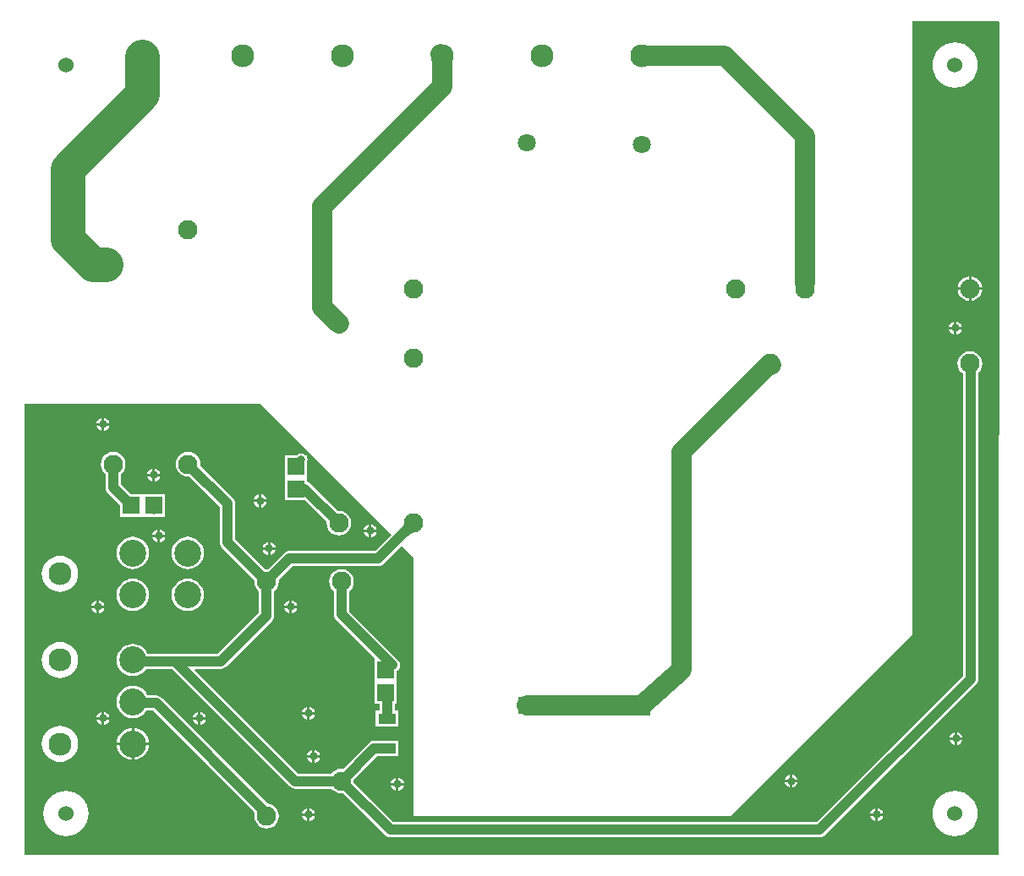
<source format=gtl>
G04*
G04 #@! TF.GenerationSoftware,Altium Limited,Altium Designer,19.0.10 (269)*
G04*
G04 Layer_Physical_Order=1*
G04 Layer_Color=255*
%FSLAX25Y25*%
%MOIN*%
G70*
G01*
G75*
%ADD16R,0.07087X0.04134*%
%ADD17R,0.06890X0.06693*%
%ADD18R,0.06693X0.06890*%
%ADD26R,0.07087X0.07087*%
%ADD27C,0.07087*%
%ADD29C,0.07874*%
%ADD30C,0.13780*%
%ADD31C,0.03937*%
%ADD32R,0.09055X0.09055*%
%ADD33C,0.09055*%
%ADD34C,0.07677*%
%ADD35C,0.10630*%
%ADD36C,0.06000*%
%ADD37C,0.03150*%
G36*
X172462Y146201D02*
X172255Y146188D01*
X172039Y146144D01*
X171811Y146069D01*
X171574Y145964D01*
X171326Y145828D01*
X171069Y145661D01*
X170800Y145464D01*
X170232Y144978D01*
X169933Y144689D01*
X167149Y147473D01*
X167438Y147772D01*
X167925Y148339D01*
X168122Y148608D01*
X168289Y148866D01*
X168424Y149114D01*
X168530Y149351D01*
X168604Y149578D01*
X168648Y149795D01*
X168662Y150001D01*
X172462Y146201D01*
D02*
G37*
G36*
X403505Y347777D02*
X403000Y19000D01*
X19000D01*
X19000Y197000D01*
X112000Y197000D01*
X163613Y145387D01*
X157276Y139049D01*
X123528D01*
X122753Y138947D01*
X122330Y138772D01*
X122030Y138648D01*
X121410Y138172D01*
X115043Y131805D01*
X114472Y131880D01*
X113902Y131805D01*
X101994Y143713D01*
Y157787D01*
X101892Y158562D01*
X101593Y159284D01*
X101117Y159905D01*
X88333Y172689D01*
X88408Y173260D01*
X88242Y174523D01*
X87754Y175700D01*
X86979Y176711D01*
X85968Y177486D01*
X84791Y177974D01*
X83528Y178140D01*
X82265Y177974D01*
X81087Y177486D01*
X80077Y176711D01*
X79301Y175700D01*
X78813Y174523D01*
X78647Y173260D01*
X78813Y171997D01*
X79301Y170820D01*
X80077Y169809D01*
X81087Y169033D01*
X82265Y168546D01*
X83528Y168379D01*
X84098Y168455D01*
X96006Y156547D01*
Y142472D01*
X96108Y141698D01*
X96407Y140975D01*
X96883Y140355D01*
X109667Y127571D01*
X109592Y127000D01*
X109758Y125737D01*
X110246Y124560D01*
X111021Y123549D01*
X111478Y123199D01*
Y114713D01*
X95295Y98529D01*
X67549D01*
X67016Y99525D01*
X66227Y100487D01*
X65266Y101276D01*
X64169Y101863D01*
X62978Y102224D01*
X61740Y102346D01*
X60502Y102224D01*
X59312Y101863D01*
X58215Y101276D01*
X57253Y100487D01*
X56464Y99525D01*
X55878Y98428D01*
X55517Y97238D01*
X55395Y96000D01*
X55517Y94762D01*
X55878Y93572D01*
X56464Y92475D01*
X57253Y91513D01*
X58215Y90724D01*
X59312Y90137D01*
X60502Y89776D01*
X61740Y89654D01*
X62978Y89776D01*
X64169Y90137D01*
X65266Y90724D01*
X66227Y91513D01*
X67016Y92475D01*
X67052Y92541D01*
X77224D01*
X123623Y46143D01*
X124243Y45667D01*
X124542Y45543D01*
X124965Y45368D01*
X125740Y45266D01*
X140199D01*
X140549Y44809D01*
X141560Y44033D01*
X142737Y43546D01*
X144000Y43380D01*
X144571Y43455D01*
X161143Y26883D01*
X161763Y26407D01*
X162485Y26108D01*
X163260Y26006D01*
X332531D01*
X333306Y26108D01*
X334028Y26407D01*
X334648Y26883D01*
X394117Y86352D01*
X394593Y86972D01*
X394892Y87694D01*
X394994Y88469D01*
X394994Y209398D01*
X395191Y209549D01*
X395967Y210560D01*
X396454Y211737D01*
X396620Y213000D01*
X396454Y214263D01*
X395967Y215440D01*
X395191Y216451D01*
X394180Y217227D01*
X393003Y217714D01*
X391740Y217880D01*
X390477Y217714D01*
X389300Y217227D01*
X388289Y216451D01*
X387514Y215440D01*
X387026Y214263D01*
X386860Y213000D01*
X387026Y211737D01*
X387514Y210560D01*
X388289Y209549D01*
X389006Y208999D01*
X389006Y89709D01*
X331291Y31994D01*
X164500D01*
X148805Y47689D01*
X148880Y48260D01*
X148805Y48831D01*
X158002Y58028D01*
X166543D01*
Y64161D01*
X157457D01*
Y64089D01*
X156835D01*
X156060Y63987D01*
X155338Y63687D01*
X154718Y63212D01*
X144571Y53065D01*
X144000Y53140D01*
X142737Y52974D01*
X141560Y52486D01*
X140549Y51711D01*
X140199Y51254D01*
X126980D01*
X86155Y92079D01*
X86346Y92541D01*
X96535D01*
X97310Y92643D01*
X98032Y92942D01*
X98653Y93418D01*
X116590Y111355D01*
X117065Y111975D01*
X117189Y112275D01*
X117365Y112698D01*
X117467Y113472D01*
Y123199D01*
X117923Y123549D01*
X118699Y124560D01*
X119186Y125737D01*
X119353Y127000D01*
X119278Y127571D01*
X124768Y133061D01*
X158516D01*
X159291Y133163D01*
X160013Y133462D01*
X160633Y133938D01*
X167848Y141153D01*
X172500Y136500D01*
X172500Y34480D01*
X297480D01*
X369000Y106000D01*
X369000Y348131D01*
X403152Y348131D01*
X403505Y347777D01*
D02*
G37*
%LPC*%
G36*
X385827Y339626D02*
X384087Y339454D01*
X382414Y338947D01*
X380873Y338123D01*
X379521Y337014D01*
X378413Y335663D01*
X377589Y334121D01*
X377081Y332448D01*
X376910Y330709D01*
X377081Y328969D01*
X377589Y327296D01*
X378413Y325755D01*
X379521Y324403D01*
X380873Y323294D01*
X382414Y322470D01*
X384087Y321963D01*
X385827Y321792D01*
X387566Y321963D01*
X389239Y322470D01*
X390781Y323294D01*
X392132Y324403D01*
X393241Y325755D01*
X394065Y327296D01*
X394572Y328969D01*
X394744Y330709D01*
X394572Y332448D01*
X394065Y334121D01*
X393241Y335663D01*
X392132Y337014D01*
X390781Y338123D01*
X389239Y338947D01*
X387566Y339454D01*
X385827Y339626D01*
D02*
G37*
G36*
X392240Y247342D02*
Y243028D01*
X396555D01*
X396454Y243791D01*
X395967Y244968D01*
X395191Y245978D01*
X394180Y246754D01*
X393003Y247242D01*
X392240Y247342D01*
D02*
G37*
G36*
X391240Y247342D02*
X390477Y247242D01*
X389300Y246754D01*
X388289Y245978D01*
X387514Y244968D01*
X387026Y243791D01*
X386926Y243028D01*
X391240D01*
Y247342D01*
D02*
G37*
G36*
Y242028D02*
X386926D01*
X387026Y241264D01*
X387514Y240087D01*
X388289Y239077D01*
X389300Y238301D01*
X390477Y237813D01*
X391240Y237713D01*
Y242028D01*
D02*
G37*
G36*
X396555D02*
X392240D01*
Y237713D01*
X393003Y237813D01*
X394180Y238301D01*
X395191Y239077D01*
X395967Y240087D01*
X396454Y241264D01*
X396555Y242028D01*
D02*
G37*
G36*
X386500Y229531D02*
Y227500D01*
X388531D01*
X388509Y227672D01*
X388249Y228298D01*
X387836Y228836D01*
X387298Y229249D01*
X386672Y229508D01*
X386500Y229531D01*
D02*
G37*
G36*
X385500D02*
X385328Y229508D01*
X384701Y229249D01*
X384164Y228836D01*
X383751Y228298D01*
X383491Y227672D01*
X383469Y227500D01*
X385500D01*
Y229531D01*
D02*
G37*
G36*
X388531Y226500D02*
X386500D01*
Y224469D01*
X386672Y224492D01*
X387298Y224751D01*
X387836Y225164D01*
X388249Y225701D01*
X388509Y226328D01*
X388531Y226500D01*
D02*
G37*
G36*
X385500D02*
X383469D01*
X383491Y226328D01*
X383751Y225701D01*
X384164Y225164D01*
X384701Y224751D01*
X385328Y224492D01*
X385500Y224469D01*
Y226500D01*
D02*
G37*
G36*
X50500Y191531D02*
Y189500D01*
X52531D01*
X52509Y189672D01*
X52249Y190298D01*
X51836Y190836D01*
X51298Y191249D01*
X50672Y191508D01*
X50500Y191531D01*
D02*
G37*
G36*
X49500D02*
X49328Y191508D01*
X48702Y191249D01*
X48164Y190836D01*
X47751Y190298D01*
X47491Y189672D01*
X47469Y189500D01*
X49500D01*
Y191531D01*
D02*
G37*
G36*
X52531Y188500D02*
X50500D01*
Y186469D01*
X50672Y186492D01*
X51298Y186751D01*
X51836Y187164D01*
X52249Y187701D01*
X52509Y188328D01*
X52531Y188500D01*
D02*
G37*
G36*
X49500D02*
X47469D01*
X47491Y188328D01*
X47751Y187701D01*
X48164Y187164D01*
X48702Y186751D01*
X49328Y186492D01*
X49500Y186469D01*
Y188500D01*
D02*
G37*
G36*
X70500Y171531D02*
Y169500D01*
X72531D01*
X72509Y169672D01*
X72249Y170299D01*
X71836Y170836D01*
X71298Y171249D01*
X70672Y171509D01*
X70500Y171531D01*
D02*
G37*
G36*
X69500D02*
X69328Y171509D01*
X68701Y171249D01*
X68164Y170836D01*
X67751Y170299D01*
X67492Y169672D01*
X67469Y169500D01*
X69500D01*
Y171531D01*
D02*
G37*
G36*
X72531Y168500D02*
X70500D01*
Y166469D01*
X70672Y166491D01*
X71298Y166751D01*
X71836Y167164D01*
X72249Y167701D01*
X72509Y168328D01*
X72531Y168500D01*
D02*
G37*
G36*
X69500D02*
X67469D01*
X67492Y168328D01*
X67751Y167701D01*
X68164Y167164D01*
X68701Y166751D01*
X69328Y166491D01*
X69500Y166469D01*
Y168500D01*
D02*
G37*
G36*
X112500Y161307D02*
Y159276D01*
X114531D01*
X114508Y159448D01*
X114249Y160074D01*
X113836Y160612D01*
X113298Y161025D01*
X112672Y161284D01*
X112500Y161307D01*
D02*
G37*
G36*
X111500D02*
X111328Y161284D01*
X110702Y161025D01*
X110164Y160612D01*
X109751Y160074D01*
X109492Y159448D01*
X109469Y159276D01*
X111500D01*
Y161307D01*
D02*
G37*
G36*
X114531Y158276D02*
X112500D01*
Y156244D01*
X112672Y156267D01*
X113298Y156527D01*
X113836Y156939D01*
X114249Y157477D01*
X114508Y158103D01*
X114531Y158276D01*
D02*
G37*
G36*
X111500D02*
X109469D01*
X109492Y158103D01*
X109751Y157477D01*
X110164Y156939D01*
X110702Y156527D01*
X111328Y156267D01*
X111500Y156244D01*
Y158276D01*
D02*
G37*
G36*
X54000Y178140D02*
X52737Y177974D01*
X51560Y177486D01*
X50549Y176711D01*
X49773Y175700D01*
X49286Y174523D01*
X49120Y173260D01*
X49286Y171997D01*
X49773Y170820D01*
X50549Y169809D01*
X51006Y169458D01*
Y164035D01*
X51108Y163260D01*
X51407Y162538D01*
X51883Y161918D01*
X56689Y157112D01*
Y152555D01*
X65244D01*
X65382Y152555D01*
X65744D01*
X65882Y152555D01*
X69174D01*
X69328Y152491D01*
X70000Y152403D01*
X70672Y152491D01*
X70826Y152555D01*
X74437D01*
Y161445D01*
X65882D01*
X65744Y161445D01*
X65382D01*
X65244Y161445D01*
X60825D01*
X56994Y165276D01*
Y169458D01*
X57451Y169809D01*
X58227Y170820D01*
X58714Y171997D01*
X58880Y173260D01*
X58714Y174523D01*
X58227Y175700D01*
X57451Y176711D01*
X56440Y177486D01*
X55263Y177974D01*
X54000Y178140D01*
D02*
G37*
G36*
X155838Y149531D02*
Y147500D01*
X157869D01*
X157846Y147672D01*
X157587Y148299D01*
X157174Y148836D01*
X156636Y149249D01*
X156010Y149509D01*
X155838Y149531D01*
D02*
G37*
G36*
X154838D02*
X154666Y149509D01*
X154039Y149249D01*
X153501Y148836D01*
X153088Y148299D01*
X152829Y147672D01*
X152806Y147500D01*
X154838D01*
Y149531D01*
D02*
G37*
G36*
X72500Y147531D02*
Y145500D01*
X74531D01*
X74509Y145672D01*
X74249Y146299D01*
X73836Y146836D01*
X73299Y147249D01*
X72672Y147509D01*
X72500Y147531D01*
D02*
G37*
G36*
X71500D02*
X71328Y147509D01*
X70701Y147249D01*
X70164Y146836D01*
X69751Y146299D01*
X69491Y145672D01*
X69469Y145500D01*
X71500D01*
Y147531D01*
D02*
G37*
G36*
X128000Y177597D02*
X127328Y177508D01*
X126701Y177249D01*
X126249Y176902D01*
X121555D01*
Y168347D01*
X121555Y168209D01*
Y167846D01*
X121555Y167709D01*
Y159153D01*
X129624D01*
X138167Y150610D01*
X138092Y150039D01*
X138258Y148776D01*
X138746Y147599D01*
X139522Y146589D01*
X140532Y145813D01*
X141709Y145325D01*
X142973Y145159D01*
X144236Y145325D01*
X145413Y145813D01*
X146423Y146589D01*
X147199Y147599D01*
X147687Y148776D01*
X147853Y150039D01*
X147687Y151303D01*
X147199Y152480D01*
X146423Y153490D01*
X145413Y154266D01*
X144236Y154753D01*
X142973Y154920D01*
X142402Y154845D01*
X131629Y165617D01*
X131009Y166093D01*
X130445Y166327D01*
Y167709D01*
X130445Y167846D01*
Y168209D01*
X130445Y168347D01*
Y174174D01*
X130508Y174328D01*
X130597Y175000D01*
X130508Y175672D01*
X130445Y175826D01*
Y176902D01*
X129751D01*
X129298Y177249D01*
X128672Y177508D01*
X128000Y177597D01*
D02*
G37*
G36*
X157869Y146500D02*
X155838D01*
Y144469D01*
X156010Y144492D01*
X156636Y144751D01*
X157174Y145164D01*
X157587Y145702D01*
X157846Y146328D01*
X157869Y146500D01*
D02*
G37*
G36*
X154838D02*
X152806D01*
X152829Y146328D01*
X153088Y145702D01*
X153501Y145164D01*
X154039Y144751D01*
X154666Y144492D01*
X154838Y144469D01*
Y146500D01*
D02*
G37*
G36*
X74531Y144500D02*
X72500D01*
Y142469D01*
X72672Y142491D01*
X73299Y142751D01*
X73836Y143164D01*
X74249Y143702D01*
X74509Y144328D01*
X74531Y144500D01*
D02*
G37*
G36*
X71500D02*
X69469D01*
X69491Y144328D01*
X69751Y143702D01*
X70164Y143164D01*
X70701Y142751D01*
X71328Y142491D01*
X71500Y142469D01*
Y144500D01*
D02*
G37*
G36*
X115957Y142531D02*
Y140500D01*
X117988D01*
X117965Y140672D01*
X117706Y141298D01*
X117293Y141836D01*
X116755Y142249D01*
X116129Y142508D01*
X115957Y142531D01*
D02*
G37*
G36*
X114957D02*
X114785Y142508D01*
X114158Y142249D01*
X113620Y141836D01*
X113208Y141298D01*
X112948Y140672D01*
X112926Y140500D01*
X114957D01*
Y142531D01*
D02*
G37*
G36*
X117988Y139500D02*
X115957D01*
Y137469D01*
X116129Y137492D01*
X116755Y137751D01*
X117293Y138164D01*
X117706Y138701D01*
X117965Y139328D01*
X117988Y139500D01*
D02*
G37*
G36*
X114957D02*
X112926D01*
X112948Y139328D01*
X113208Y138701D01*
X113620Y138164D01*
X114158Y137751D01*
X114785Y137492D01*
X114957Y137469D01*
Y139500D01*
D02*
G37*
G36*
X83394Y144613D02*
X82156Y144491D01*
X80965Y144130D01*
X79868Y143544D01*
X78907Y142755D01*
X78118Y141793D01*
X77531Y140696D01*
X77170Y139506D01*
X77048Y138268D01*
X77170Y137030D01*
X77531Y135839D01*
X78118Y134742D01*
X78907Y133781D01*
X79868Y132992D01*
X80965Y132405D01*
X82156Y132044D01*
X83394Y131922D01*
X84632Y132044D01*
X85822Y132405D01*
X86919Y132992D01*
X87881Y133781D01*
X88670Y134742D01*
X89256Y135839D01*
X89617Y137030D01*
X89739Y138268D01*
X89617Y139506D01*
X89256Y140696D01*
X88670Y141793D01*
X87881Y142755D01*
X86919Y143544D01*
X85822Y144130D01*
X84632Y144491D01*
X83394Y144613D01*
D02*
G37*
G36*
X61740D02*
X60502Y144491D01*
X59312Y144130D01*
X58215Y143544D01*
X57253Y142755D01*
X56464Y141793D01*
X55878Y140696D01*
X55517Y139506D01*
X55395Y138268D01*
X55517Y137030D01*
X55878Y135839D01*
X56464Y134742D01*
X57253Y133781D01*
X58215Y132992D01*
X59312Y132405D01*
X60502Y132044D01*
X61740Y131922D01*
X62978Y132044D01*
X64169Y132405D01*
X65266Y132992D01*
X66227Y133781D01*
X67016Y134742D01*
X67603Y135839D01*
X67964Y137030D01*
X68086Y138268D01*
X67964Y139506D01*
X67603Y140696D01*
X67016Y141793D01*
X66227Y142755D01*
X65266Y143544D01*
X64169Y144130D01*
X62978Y144491D01*
X61740Y144613D01*
D02*
G37*
G36*
X33000Y137137D02*
X31608Y137000D01*
X30269Y136593D01*
X29035Y135934D01*
X27954Y135046D01*
X27066Y133965D01*
X26406Y132731D01*
X26000Y131392D01*
X25863Y130000D01*
X26000Y128608D01*
X26406Y127269D01*
X27066Y126035D01*
X27954Y124954D01*
X29035Y124066D01*
X30269Y123407D01*
X31608Y123000D01*
X33000Y122863D01*
X34392Y123000D01*
X35731Y123407D01*
X36965Y124066D01*
X38046Y124954D01*
X38934Y126035D01*
X39593Y127269D01*
X40000Y128608D01*
X40137Y130000D01*
X40000Y131392D01*
X39593Y132731D01*
X38934Y133965D01*
X38046Y135046D01*
X36965Y135934D01*
X35731Y136593D01*
X34392Y137000D01*
X33000Y137137D01*
D02*
G37*
G36*
X124500Y119531D02*
Y117500D01*
X126531D01*
X126508Y117672D01*
X126249Y118298D01*
X125836Y118836D01*
X125299Y119249D01*
X124672Y119509D01*
X124500Y119531D01*
D02*
G37*
G36*
X123500D02*
X123328Y119509D01*
X122702Y119249D01*
X122164Y118836D01*
X121751Y118298D01*
X121492Y117672D01*
X121469Y117500D01*
X123500D01*
Y119531D01*
D02*
G37*
G36*
X48500D02*
Y117500D01*
X50531D01*
X50509Y117672D01*
X50249Y118298D01*
X49836Y118836D01*
X49299Y119249D01*
X48672Y119509D01*
X48500Y119531D01*
D02*
G37*
G36*
X47500D02*
X47328Y119509D01*
X46701Y119249D01*
X46164Y118836D01*
X45751Y118298D01*
X45491Y117672D01*
X45469Y117500D01*
X47500D01*
Y119531D01*
D02*
G37*
G36*
X83394Y128078D02*
X82156Y127956D01*
X80965Y127595D01*
X79868Y127008D01*
X78907Y126219D01*
X78118Y125258D01*
X77531Y124161D01*
X77170Y122970D01*
X77048Y121732D01*
X77170Y120494D01*
X77531Y119304D01*
X78118Y118207D01*
X78907Y117245D01*
X79868Y116456D01*
X80965Y115870D01*
X82156Y115509D01*
X83394Y115387D01*
X84632Y115509D01*
X85822Y115870D01*
X86919Y116456D01*
X87881Y117245D01*
X88670Y118207D01*
X89256Y119304D01*
X89617Y120494D01*
X89739Y121732D01*
X89617Y122970D01*
X89256Y124161D01*
X88670Y125258D01*
X87881Y126219D01*
X86919Y127008D01*
X85822Y127595D01*
X84632Y127956D01*
X83394Y128078D01*
D02*
G37*
G36*
X61740D02*
X60502Y127956D01*
X59312Y127595D01*
X58215Y127008D01*
X57253Y126219D01*
X56464Y125258D01*
X55878Y124161D01*
X55517Y122970D01*
X55395Y121732D01*
X55517Y120494D01*
X55878Y119304D01*
X56464Y118207D01*
X57253Y117245D01*
X58215Y116456D01*
X59312Y115870D01*
X60502Y115509D01*
X61740Y115387D01*
X62978Y115509D01*
X64169Y115870D01*
X65266Y116456D01*
X66227Y117245D01*
X67016Y118207D01*
X67603Y119304D01*
X67964Y120494D01*
X68086Y121732D01*
X67964Y122970D01*
X67603Y124161D01*
X67016Y125258D01*
X66227Y126219D01*
X65266Y127008D01*
X64169Y127595D01*
X62978Y127956D01*
X61740Y128078D01*
D02*
G37*
G36*
X126531Y116500D02*
X124500D01*
Y114469D01*
X124672Y114491D01*
X125299Y114751D01*
X125836Y115164D01*
X126249Y115701D01*
X126508Y116328D01*
X126531Y116500D01*
D02*
G37*
G36*
X123500D02*
X121469D01*
X121492Y116328D01*
X121751Y115701D01*
X122164Y115164D01*
X122702Y114751D01*
X123328Y114491D01*
X123500Y114469D01*
Y116500D01*
D02*
G37*
G36*
X50531D02*
X48500D01*
Y114469D01*
X48672Y114491D01*
X49299Y114751D01*
X49836Y115164D01*
X50249Y115701D01*
X50509Y116328D01*
X50531Y116500D01*
D02*
G37*
G36*
X47500D02*
X45469D01*
X45491Y116328D01*
X45751Y115701D01*
X46164Y115164D01*
X46701Y114751D01*
X47328Y114491D01*
X47500Y114469D01*
Y116500D01*
D02*
G37*
G36*
X33000Y103137D02*
X31608Y103000D01*
X30269Y102594D01*
X29035Y101934D01*
X27954Y101046D01*
X27066Y99965D01*
X26406Y98731D01*
X26000Y97392D01*
X25863Y96000D01*
X26000Y94608D01*
X26406Y93269D01*
X27066Y92035D01*
X27954Y90954D01*
X29035Y90066D01*
X30269Y89407D01*
X31608Y89000D01*
X33000Y88863D01*
X34392Y89000D01*
X35731Y89407D01*
X36965Y90066D01*
X38046Y90954D01*
X38934Y92035D01*
X39593Y93269D01*
X40000Y94608D01*
X40137Y96000D01*
X40000Y97392D01*
X39593Y98731D01*
X38934Y99965D01*
X38046Y101046D01*
X36965Y101934D01*
X35731Y102594D01*
X34392Y103000D01*
X33000Y103137D01*
D02*
G37*
G36*
X131500Y77531D02*
Y75500D01*
X133531D01*
X133509Y75672D01*
X133249Y76298D01*
X132836Y76836D01*
X132299Y77249D01*
X131672Y77508D01*
X131500Y77531D01*
D02*
G37*
G36*
X130500D02*
X130328Y77508D01*
X129701Y77249D01*
X129164Y76836D01*
X128751Y76298D01*
X128491Y75672D01*
X128469Y75500D01*
X130500D01*
Y77531D01*
D02*
G37*
G36*
X88500Y75531D02*
Y73500D01*
X90531D01*
X90509Y73672D01*
X90249Y74299D01*
X89836Y74836D01*
X89298Y75249D01*
X88672Y75508D01*
X88500Y75531D01*
D02*
G37*
G36*
X87500D02*
X87328Y75508D01*
X86702Y75249D01*
X86164Y74836D01*
X85751Y74299D01*
X85492Y73672D01*
X85469Y73500D01*
X87500D01*
Y75531D01*
D02*
G37*
G36*
X50500D02*
Y73500D01*
X52531D01*
X52509Y73672D01*
X52249Y74299D01*
X51836Y74836D01*
X51298Y75249D01*
X50672Y75508D01*
X50500Y75531D01*
D02*
G37*
G36*
X49500D02*
X49328Y75508D01*
X48702Y75249D01*
X48164Y74836D01*
X47751Y74299D01*
X47491Y73672D01*
X47469Y73500D01*
X49500D01*
Y75531D01*
D02*
G37*
G36*
X133531Y74500D02*
X131500D01*
Y72469D01*
X131672Y72492D01*
X132299Y72751D01*
X132836Y73164D01*
X133249Y73702D01*
X133509Y74328D01*
X133531Y74500D01*
D02*
G37*
G36*
X130500D02*
X128469D01*
X128491Y74328D01*
X128751Y73702D01*
X129164Y73164D01*
X129701Y72751D01*
X130328Y72492D01*
X130500Y72469D01*
Y74500D01*
D02*
G37*
G36*
X90531Y72500D02*
X88500D01*
Y70469D01*
X88672Y70491D01*
X89298Y70751D01*
X89836Y71164D01*
X90249Y71702D01*
X90509Y72328D01*
X90531Y72500D01*
D02*
G37*
G36*
X87500D02*
X85469D01*
X85492Y72328D01*
X85751Y71702D01*
X86164Y71164D01*
X86702Y70751D01*
X87328Y70491D01*
X87500Y70469D01*
Y72500D01*
D02*
G37*
G36*
X52531D02*
X50500D01*
Y70469D01*
X50672Y70491D01*
X51298Y70751D01*
X51836Y71164D01*
X52249Y71702D01*
X52509Y72328D01*
X52531Y72500D01*
D02*
G37*
G36*
X49500D02*
X47469D01*
X47491Y72328D01*
X47751Y71702D01*
X48164Y71164D01*
X48702Y70751D01*
X49328Y70491D01*
X49500Y70469D01*
Y72500D01*
D02*
G37*
G36*
X144000Y131880D02*
X142737Y131714D01*
X141560Y131227D01*
X140549Y130451D01*
X139773Y129440D01*
X139286Y128263D01*
X139120Y127000D01*
X139286Y125737D01*
X139773Y124560D01*
X140549Y123549D01*
X141006Y123199D01*
Y114000D01*
X141108Y113225D01*
X141407Y112503D01*
X141883Y111883D01*
X157082Y96684D01*
X156948Y96362D01*
X156948D01*
Y87807D01*
X156948Y87669D01*
Y87307D01*
X156948Y87169D01*
Y78614D01*
X159006D01*
Y75972D01*
X157457D01*
Y69839D01*
X166543D01*
Y75972D01*
X164994D01*
Y78614D01*
X165838D01*
Y87169D01*
X165838Y87307D01*
Y87669D01*
X165838Y87807D01*
Y91669D01*
X166117Y91883D01*
X166593Y92503D01*
X166892Y93225D01*
X166994Y94000D01*
X166892Y94775D01*
X166593Y95497D01*
X166117Y96117D01*
X146994Y115240D01*
Y123199D01*
X147451Y123549D01*
X148226Y124560D01*
X148714Y125737D01*
X148880Y127000D01*
X148714Y128263D01*
X148226Y129440D01*
X147451Y130451D01*
X146440Y131227D01*
X145263Y131714D01*
X144000Y131880D01*
D02*
G37*
G36*
X386799Y67531D02*
Y65500D01*
X388830D01*
X388807Y65672D01*
X388548Y66299D01*
X388135Y66836D01*
X387597Y67249D01*
X386971Y67509D01*
X386799Y67531D01*
D02*
G37*
G36*
X385799D02*
X385626Y67509D01*
X385000Y67249D01*
X384462Y66836D01*
X384049Y66299D01*
X383790Y65672D01*
X383767Y65500D01*
X385799D01*
Y67531D01*
D02*
G37*
G36*
X62240Y69225D02*
Y63429D01*
X68036D01*
X67964Y64167D01*
X67603Y65358D01*
X67016Y66454D01*
X66227Y67416D01*
X65266Y68205D01*
X64169Y68792D01*
X62978Y69153D01*
X62240Y69225D01*
D02*
G37*
G36*
X61240D02*
X60502Y69153D01*
X59312Y68792D01*
X58215Y68205D01*
X57253Y67416D01*
X56464Y66454D01*
X55878Y65358D01*
X55517Y64167D01*
X55444Y63429D01*
X61240D01*
Y69225D01*
D02*
G37*
G36*
X388830Y64500D02*
X386799D01*
Y62469D01*
X386971Y62492D01*
X387597Y62751D01*
X388135Y63164D01*
X388548Y63701D01*
X388807Y64328D01*
X388830Y64500D01*
D02*
G37*
G36*
X385799D02*
X383767D01*
X383790Y64328D01*
X384049Y63701D01*
X384462Y63164D01*
X385000Y62751D01*
X385626Y62492D01*
X385799Y62469D01*
Y64500D01*
D02*
G37*
G36*
X133500Y60531D02*
Y58500D01*
X135531D01*
X135509Y58672D01*
X135249Y59298D01*
X134836Y59836D01*
X134299Y60249D01*
X133672Y60509D01*
X133500Y60531D01*
D02*
G37*
G36*
X132500D02*
X132328Y60509D01*
X131702Y60249D01*
X131164Y59836D01*
X130751Y59298D01*
X130491Y58672D01*
X130469Y58500D01*
X132500D01*
Y60531D01*
D02*
G37*
G36*
X68036Y62429D02*
X62240D01*
Y56633D01*
X62978Y56705D01*
X64169Y57067D01*
X65266Y57653D01*
X66227Y58442D01*
X67016Y59404D01*
X67603Y60501D01*
X67964Y61691D01*
X68036Y62429D01*
D02*
G37*
G36*
X61240D02*
X55444D01*
X55517Y61691D01*
X55878Y60501D01*
X56464Y59404D01*
X57253Y58442D01*
X58215Y57653D01*
X59312Y57067D01*
X60502Y56705D01*
X61240Y56633D01*
Y62429D01*
D02*
G37*
G36*
X33000Y70066D02*
X31608Y69929D01*
X30269Y69523D01*
X29035Y68863D01*
X27954Y67976D01*
X27066Y66894D01*
X26406Y65660D01*
X26000Y64321D01*
X25863Y62929D01*
X26000Y61537D01*
X26406Y60198D01*
X27066Y58964D01*
X27954Y57883D01*
X29035Y56995D01*
X30269Y56336D01*
X31608Y55929D01*
X33000Y55792D01*
X34392Y55929D01*
X35731Y56336D01*
X36965Y56995D01*
X38046Y57883D01*
X38934Y58964D01*
X39593Y60198D01*
X40000Y61537D01*
X40137Y62929D01*
X40000Y64321D01*
X39593Y65660D01*
X38934Y66894D01*
X38046Y67976D01*
X36965Y68863D01*
X35731Y69523D01*
X34392Y69929D01*
X33000Y70066D01*
D02*
G37*
G36*
X135531Y57500D02*
X133500D01*
Y55469D01*
X133672Y55492D01*
X134299Y55751D01*
X134836Y56164D01*
X135249Y56701D01*
X135509Y57328D01*
X135531Y57500D01*
D02*
G37*
G36*
X132500D02*
X130469D01*
X130491Y57328D01*
X130751Y56701D01*
X131164Y56164D01*
X131702Y55751D01*
X132328Y55492D01*
X132500Y55469D01*
Y57500D01*
D02*
G37*
G36*
X321798Y50791D02*
Y48760D01*
X323830D01*
X323807Y48932D01*
X323548Y49558D01*
X323135Y50096D01*
X322597Y50509D01*
X321971Y50768D01*
X321798Y50791D01*
D02*
G37*
G36*
X320798D02*
X320626Y50768D01*
X320000Y50509D01*
X319462Y50096D01*
X319049Y49558D01*
X318790Y48932D01*
X318767Y48760D01*
X320798D01*
Y50791D01*
D02*
G37*
G36*
X166551Y49531D02*
Y47500D01*
X168582D01*
X168560Y47672D01*
X168300Y48298D01*
X167888Y48836D01*
X167350Y49249D01*
X166723Y49509D01*
X166551Y49531D01*
D02*
G37*
G36*
X165551D02*
X165379Y49509D01*
X164753Y49249D01*
X164215Y48836D01*
X163802Y48298D01*
X163543Y47672D01*
X163520Y47500D01*
X165551D01*
Y49531D01*
D02*
G37*
G36*
X323830Y47760D02*
X321798D01*
Y45729D01*
X321971Y45751D01*
X322597Y46011D01*
X323135Y46424D01*
X323548Y46961D01*
X323807Y47588D01*
X323830Y47760D01*
D02*
G37*
G36*
X320798D02*
X318767D01*
X318790Y47588D01*
X319049Y46961D01*
X319462Y46424D01*
X320000Y46011D01*
X320626Y45751D01*
X320798Y45729D01*
Y47760D01*
D02*
G37*
G36*
X168582Y46500D02*
X166551D01*
Y44469D01*
X166723Y44491D01*
X167350Y44751D01*
X167888Y45164D01*
X168300Y45702D01*
X168560Y46328D01*
X168582Y46500D01*
D02*
G37*
G36*
X165551D02*
X163520D01*
X163543Y46328D01*
X163802Y45702D01*
X164215Y45164D01*
X164753Y44751D01*
X165379Y44491D01*
X165551Y44469D01*
Y46500D01*
D02*
G37*
G36*
X355500Y37531D02*
Y35500D01*
X357531D01*
X357509Y35672D01*
X357249Y36298D01*
X356836Y36836D01*
X356298Y37249D01*
X355672Y37508D01*
X355500Y37531D01*
D02*
G37*
G36*
X354500D02*
X354328Y37508D01*
X353701Y37249D01*
X353164Y36836D01*
X352751Y36298D01*
X352491Y35672D01*
X352469Y35500D01*
X354500D01*
Y37531D01*
D02*
G37*
G36*
X131500D02*
Y35500D01*
X133531D01*
X133509Y35672D01*
X133249Y36298D01*
X132836Y36836D01*
X132299Y37249D01*
X131672Y37508D01*
X131500Y37531D01*
D02*
G37*
G36*
X130500D02*
X130328Y37508D01*
X129701Y37249D01*
X129164Y36836D01*
X128751Y36298D01*
X128491Y35672D01*
X128469Y35500D01*
X130500D01*
Y37531D01*
D02*
G37*
G36*
X357531Y34500D02*
X355500D01*
Y32469D01*
X355672Y32491D01*
X356298Y32751D01*
X356836Y33164D01*
X357249Y33702D01*
X357509Y34328D01*
X357531Y34500D01*
D02*
G37*
G36*
X354500D02*
X352469D01*
X352491Y34328D01*
X352751Y33702D01*
X353164Y33164D01*
X353701Y32751D01*
X354328Y32491D01*
X354500Y32469D01*
Y34500D01*
D02*
G37*
G36*
X133531D02*
X131500D01*
Y32469D01*
X131672Y32491D01*
X132299Y32751D01*
X132836Y33164D01*
X133249Y33702D01*
X133509Y34328D01*
X133531Y34500D01*
D02*
G37*
G36*
X130500D02*
X128469D01*
X128491Y34328D01*
X128751Y33702D01*
X129164Y33164D01*
X129701Y32751D01*
X130328Y32491D01*
X130500Y32469D01*
Y34500D01*
D02*
G37*
G36*
X61740Y85810D02*
X60502Y85688D01*
X59312Y85327D01*
X58215Y84741D01*
X57253Y83951D01*
X56464Y82990D01*
X55878Y81893D01*
X55517Y80703D01*
X55395Y79465D01*
X55517Y78227D01*
X55878Y77036D01*
X56464Y75939D01*
X57253Y74978D01*
X58215Y74189D01*
X59312Y73602D01*
X60502Y73241D01*
X61740Y73119D01*
X62978Y73241D01*
X64169Y73602D01*
X65266Y74189D01*
X66227Y74978D01*
X67016Y75939D01*
X67052Y76006D01*
X69760D01*
X109836Y35930D01*
X109758Y35743D01*
X109592Y34480D01*
X109758Y33217D01*
X110246Y32040D01*
X111021Y31029D01*
X112032Y30254D01*
X113209Y29766D01*
X114472Y29600D01*
X115736Y29766D01*
X116913Y30254D01*
X117923Y31029D01*
X118699Y32040D01*
X119186Y33217D01*
X119353Y34480D01*
X119186Y35743D01*
X118699Y36920D01*
X117923Y37931D01*
X116913Y38707D01*
X115736Y39194D01*
X114935Y39300D01*
X73117Y81117D01*
X72497Y81593D01*
X71775Y81892D01*
X71000Y81994D01*
X67549D01*
X67016Y82990D01*
X66227Y83951D01*
X65266Y84741D01*
X64169Y85327D01*
X62978Y85688D01*
X61740Y85810D01*
D02*
G37*
G36*
X385827Y44350D02*
X384087Y44179D01*
X382414Y43671D01*
X380873Y42847D01*
X379521Y41738D01*
X378413Y40387D01*
X377589Y38845D01*
X377081Y37173D01*
X376910Y35433D01*
X377081Y33694D01*
X377589Y32021D01*
X378413Y30479D01*
X379521Y29128D01*
X380873Y28019D01*
X382414Y27195D01*
X384087Y26687D01*
X385827Y26516D01*
X387566Y26687D01*
X389239Y27195D01*
X390781Y28019D01*
X392132Y29128D01*
X393241Y30479D01*
X394065Y32021D01*
X394572Y33694D01*
X394744Y35433D01*
X394572Y37173D01*
X394065Y38845D01*
X393241Y40387D01*
X392132Y41738D01*
X390781Y42847D01*
X389239Y43671D01*
X387566Y44179D01*
X385827Y44350D01*
D02*
G37*
G36*
X35433D02*
X33694Y44179D01*
X32021Y43671D01*
X30479Y42847D01*
X29128Y41738D01*
X28019Y40387D01*
X27195Y38845D01*
X26687Y37173D01*
X26516Y35433D01*
X26687Y33694D01*
X27195Y32021D01*
X28019Y30479D01*
X29128Y29128D01*
X30479Y28019D01*
X32021Y27195D01*
X33694Y26687D01*
X35433Y26516D01*
X37173Y26687D01*
X38845Y27195D01*
X40387Y28019D01*
X41738Y29128D01*
X42847Y30479D01*
X43671Y32021D01*
X44179Y33694D01*
X44350Y35433D01*
X44179Y37173D01*
X43671Y38845D01*
X42847Y40387D01*
X41738Y41738D01*
X40387Y42847D01*
X38845Y43671D01*
X37173Y44179D01*
X35433Y44350D01*
D02*
G37*
%LPD*%
D16*
X162000Y72905D02*
D03*
Y61094D02*
D03*
D17*
X161393Y92016D02*
D03*
Y82961D02*
D03*
X126000Y163500D02*
D03*
Y172555D02*
D03*
D18*
X61036Y157000D02*
D03*
X70091D02*
D03*
D26*
X217000Y78000D02*
D03*
X262500Y77500D02*
D03*
D27*
X217000Y300000D02*
D03*
X262500Y299500D02*
D03*
D29*
X312500Y212500D02*
X313500D01*
X217000Y78000D02*
X262500D01*
X278000Y178000D02*
X312500Y212500D01*
X278000Y91950D02*
Y178000D01*
X262500Y78000D02*
X278000Y91950D01*
X136500Y275000D02*
X183630Y322130D01*
X136500Y235252D02*
Y275000D01*
X183630Y322130D02*
Y334500D01*
X183130Y335000D02*
X183630Y334500D01*
X326780Y244748D02*
Y302720D01*
X295000Y334500D02*
X326780Y302720D01*
X136500Y235252D02*
X142973Y228780D01*
X262500Y334500D02*
X295000D01*
D30*
X46000Y252000D02*
X51000D01*
X36000Y262000D02*
X46000Y252000D01*
X36000Y262000D02*
Y289882D01*
X65520Y319402D01*
Y334000D01*
D31*
X71000Y79000D02*
X114472Y35528D01*
X65000Y79000D02*
X71000D01*
X391004Y213000D02*
X392000Y212004D01*
X81465Y95535D02*
X96535D01*
X114472Y113472D01*
X78465Y95535D02*
X125740Y48260D01*
X78465Y95535D02*
X81465D01*
X64000D02*
X78465D01*
X129512Y163500D02*
X142973Y150039D01*
X126000Y163500D02*
X129512D01*
X144000Y114000D02*
X164000Y94000D01*
X392000Y212004D02*
X392000Y88469D01*
X332531Y29000D02*
X392000Y88469D01*
X163260Y29000D02*
X332531D01*
X144000Y48260D02*
X163260Y29000D01*
X161393Y82961D02*
X162000Y82354D01*
Y72905D02*
Y82354D01*
X144000Y48260D02*
X156835Y61094D01*
X162000D01*
X158516Y136055D02*
X172500Y150039D01*
X123528Y136055D02*
X158516D01*
X114472Y127000D02*
X123528Y136055D01*
X114472Y113472D02*
Y127000D01*
X144000Y114000D02*
Y127000D01*
X99000Y142472D02*
X114472Y127000D01*
X99000Y142472D02*
Y157787D01*
X83528Y173260D02*
X99000Y157787D01*
X125740Y48260D02*
X144000D01*
X114472Y34480D02*
Y35528D01*
X54000Y164035D02*
X61036Y157000D01*
X54000Y164035D02*
Y173260D01*
D32*
X65520Y334500D02*
D03*
D33*
X262370D02*
D03*
X104890D02*
D03*
X144260D02*
D03*
X183630D02*
D03*
X223000D02*
D03*
X33000Y130000D02*
D03*
Y96000D02*
D03*
Y62929D02*
D03*
D34*
X54000Y173260D02*
D03*
Y252000D02*
D03*
X83528Y265779D02*
D03*
Y173260D02*
D03*
X144000Y127000D02*
D03*
Y48260D02*
D03*
X114472Y34480D02*
D03*
Y127000D02*
D03*
X142973Y150039D02*
D03*
Y228780D02*
D03*
X172500Y242559D02*
D03*
Y215000D02*
D03*
Y150039D02*
D03*
X391740Y213000D02*
D03*
X313000D02*
D03*
X299220Y242528D02*
D03*
X326780D02*
D03*
X391740D02*
D03*
D35*
X61740Y121732D02*
D03*
Y138268D02*
D03*
X83394Y121732D02*
D03*
Y138268D02*
D03*
X61740Y96000D02*
D03*
Y79465D02*
D03*
Y62929D02*
D03*
D36*
X35433Y330709D02*
D03*
Y35433D02*
D03*
X385827D02*
D03*
Y330709D02*
D03*
D37*
X88000Y73000D02*
D03*
X133000Y58000D02*
D03*
X321299Y48260D02*
D03*
X166051Y47000D02*
D03*
X115457Y140000D02*
D03*
X112000Y158776D02*
D03*
X72000Y145000D02*
D03*
X386000Y227000D02*
D03*
X355000Y35000D02*
D03*
X386298Y65000D02*
D03*
X131000Y75000D02*
D03*
X155338Y147000D02*
D03*
X164000Y94000D02*
D03*
X128000Y175000D02*
D03*
X131000Y35000D02*
D03*
X50000Y73000D02*
D03*
X48000Y117000D02*
D03*
X124000D02*
D03*
X70000Y169000D02*
D03*
X50000Y189000D02*
D03*
X70000Y155000D02*
D03*
M02*

</source>
